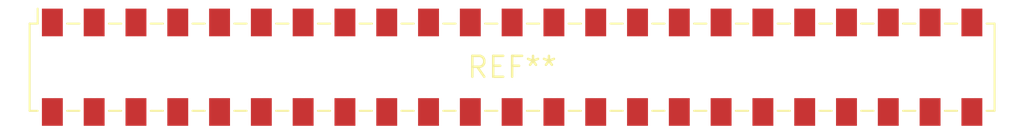
<source format=kicad_pcb>
(kicad_pcb (version 20240108) (generator pcbnew)
  (layers (0 "F.Cu" signal) (31 "B.Cu" signal) (34 "B.Paste" user) (35 "F.Paste" user) (36 "B.SilkS" user "B.Silkscreen") (37 "F.SilkS" user "F.Silkscreen") (38 "B.Mask" user) (39 "F.Mask" user) (44 "Edge.Cuts" user))
  (net 0 "")
  (footprint "Samtec_HLE-123-02-xxx-DV-BE-A_2x23_P2.54mm_Horizontal" (layer "F.Cu") (at 0 0)
    (property "Reference" "REF**")
    (property "Value" "Samtec_HLE-123-02-xxx-DV-BE-A_2x23_P2.54mm_Horizontal")
    (fp_line (start -29.32 -2.65) (end -29.32 2.65) (layer "F.SilkS") (stroke (width 0.12)))
    (fp_line (start -29.32 2.65) (end -28.835 2.65) (layer "F.SilkS") (stroke (width 0.12)))
    (fp_line (start -28.835 -3.56) (end -28.835 -2.65) (layer "F.SilkS") (stroke (width 0.12)))
    (fp_line (start -28.835 -2.65) (end -29.32 -2.65) (layer "F.SilkS") (stroke (width 0.12)))
    (fp_line (start -27.045 -2.65) (end -26.295 -2.65) (layer "F.SilkS") (stroke (width 0.12)))
    (fp_line (start -27.045 2.65) (end -26.295 2.65) (layer "F.SilkS") (stroke (width 0.12)))
    (fp_line (start -24.505 -2.65) (end -23.755 -2.65) (layer "F.SilkS") (stroke (width 0.12)))
    (fp_line (start -24.505 2.65) (end -23.755 2.65) (layer "F.SilkS") (stroke (width 0.12)))
    (fp_line (start -21.965 -2.65) (end -21.215 -2.65) (layer "F.SilkS") (stroke (width 0.12)))
    (fp_line (start -21.965 2.65) (end -21.215 2.65) (layer "F.SilkS") (stroke (width 0.12)))
    (fp_line (start -19.425 -2.65) (end -18.675 -2.65) (layer "F.SilkS") (stroke (width 0.12)))
    (fp_line (start -19.425 2.65) (end -18.675 2.65) (layer "F.SilkS") (stroke (width 0.12)))
    (fp_line (start -16.885 -2.65) (end -16.135 -2.65) (layer "F.SilkS") (stroke (width 0.12)))
    (fp_line (start -16.885 2.65) (end -16.135 2.65) (layer "F.SilkS") (stroke (width 0.12)))
    (fp_line (start -14.345 -2.65) (end -13.595 -2.65) (layer "F.SilkS") (stroke (width 0.12)))
    (fp_line (start -14.345 2.65) (end -13.595 2.65) (layer "F.SilkS") (stroke (width 0.12)))
    (fp_line (start -11.805 -2.65) (end -11.055 -2.65) (layer "F.SilkS") (stroke (width 0.12)))
    (fp_line (start -11.805 2.65) (end -11.055 2.65) (layer "F.SilkS") (stroke (width 0.12)))
    (fp_line (start -9.265 -2.65) (end -8.515 -2.65) (layer "F.SilkS") (stroke (width 0.12)))
    (fp_line (start -9.265 2.65) (end -8.515 2.65) (layer "F.SilkS") (stroke (width 0.12)))
    (fp_line (start -6.725 -2.65) (end -5.975 -2.65) (layer "F.SilkS") (stroke (width 0.12)))
    (fp_line (start -6.725 2.65) (end -5.975 2.65) (layer "F.SilkS") (stroke (width 0.12)))
    (fp_line (start -4.185 -2.65) (end -3.435 -2.65) (layer "F.SilkS") (stroke (width 0.12)))
    (fp_line (start -4.185 2.65) (end -3.435 2.65) (layer "F.SilkS") (stroke (width 0.12)))
    (fp_line (start -1.645 -2.65) (end -0.895 -2.65) (layer "F.SilkS") (stroke (width 0.12)))
    (fp_line (start -1.645 2.65) (end -0.895 2.65) (layer "F.SilkS") (stroke (width 0.12)))
    (fp_line (start 0.895 -2.65) (end 1.645 -2.65) (layer "F.SilkS") (stroke (width 0.12)))
    (fp_line (start 0.895 2.65) (end 1.645 2.65) (layer "F.SilkS") (stroke (width 0.12)))
    (fp_line (start 3.435 -2.65) (end 4.185 -2.65) (layer "F.SilkS") (stroke (width 0.12)))
    (fp_line (start 3.435 2.65) (end 4.185 2.65) (layer "F.SilkS") (stroke (width 0.12)))
    (fp_line (start 5.975 -2.65) (end 6.725 -2.65) (layer "F.SilkS") (stroke (width 0.12)))
    (fp_line (start 5.975 2.65) (end 6.725 2.65) (layer "F.SilkS") (stroke (width 0.12)))
    (fp_line (start 8.515 -2.65) (end 9.265 -2.65) (layer "F.SilkS") (stroke (width 0.12)))
    (fp_line (start 8.515 2.65) (end 9.265 2.65) (layer "F.SilkS") (stroke (width 0.12)))
    (fp_line (start 11.055 -2.65) (end 11.805 -2.65) (layer "F.SilkS") (stroke (width 0.12)))
    (fp_line (start 11.055 2.65) (end 11.805 2.65) (layer "F.SilkS") (stroke (width 0.12)))
    (fp_line (start 13.595 -2.65) (end 14.345 -2.65) (layer "F.SilkS") (stroke (width 0.12)))
    (fp_line (start 13.595 2.65) (end 14.345 2.65) (layer "F.SilkS") (stroke (width 0.12)))
    (fp_line (start 16.135 -2.65) (end 16.885 -2.65) (layer "F.SilkS") (stroke (width 0.12)))
    (fp_line (start 16.135 2.65) (end 16.885 2.65) (layer "F.SilkS") (stroke (width 0.12)))
    (fp_line (start 18.675 -2.65) (end 19.425 -2.65) (layer "F.SilkS") (stroke (width 0.12)))
    (fp_line (start 18.675 2.65) (end 19.425 2.65) (layer "F.SilkS") (stroke (width 0.12)))
    (fp_line (start 21.215 -2.65) (end 21.965 -2.65) (layer "F.SilkS") (stroke (width 0.12)))
    (fp_line (start 21.215 2.65) (end 21.965 2.65) (layer "F.SilkS") (stroke (width 0.12)))
    (fp_line (start 23.755 -2.65) (end 24.505 -2.65) (layer "F.SilkS") (stroke (width 0.12)))
    (fp_line (start 23.755 2.65) (end 24.505 2.65) (layer "F.SilkS") (stroke (width 0.12)))
    (fp_line (start 26.295 -2.65) (end 27.045 -2.65) (layer "F.SilkS") (stroke (width 0.12)))
    (fp_line (start 26.295 2.65) (end 27.045 2.65) (layer "F.SilkS") (stroke (width 0.12)))
    (fp_line (start 28.835 -2.65) (end 29.32 -2.65) (layer "F.SilkS") (stroke (width 0.12)))
    (fp_line (start 29.32 -2.65) (end 29.32 2.65) (layer "F.SilkS") (stroke (width 0.12)))
    (fp_line (start 29.32 2.65) (end 28.835 2.65) (layer "F.SilkS") (stroke (width 0.12)))
    (pad "" np_thru_hole circle (at -27.94 -1.27) (size 0.97 0.97) (drill 0.97) (layers *.Cu *.Mask))
    (pad "" np_thru_hole circle (at -27.94 1.27) (size 0.97 0.97) (drill 0.97) (layers *.Cu *.Mask))
    (pad "" np_thru_hole circle (at -26.67 0) (size 1.78 1.78) (drill 1.78) (layers *.Cu *.Mask))
    (pad "" np_thru_hole circle (at -25.4 -1.27) (size 0.97 0.97) (drill 0.97) (layers *.Cu *.Mask))
    (pad "" np_thru_hole circle (at -25.4 1.27) (size 0.97 0.97) (drill 0.97) (layers *.Cu *.Mask))
    (pad "" np_thru_hole circle (at -22.86 -1.27) (size 0.97 0.97) (drill 0.97) (layers *.Cu *.Mask))
    (pad "" np_thru_hole circle (at -22.86 1.27) (size 0.97 0.97) (drill 0.97) (layers *.Cu *.Mask))
    (pad "" np_thru_hole circle (at -20.32 -1.27) (size 0.97 0.97) (drill 0.97) (layers *.Cu *.Mask))
    (pad "" np_thru_hole circle (at -20.32 1.27) (size 0.97 0.97) (drill 0.97) (layers *.Cu *.Mask))
    (pad "" np_thru_hole circle (at -17.78 -1.27) (size 0.97 0.97) (drill 0.97) (layers *.Cu *.Mask))
    (pad "" np_thru_hole circle (at -17.78 1.27) (size 0.97 0.97) (drill 0.97) (layers *.Cu *.Mask))
    (pad "" np_thru_hole circle (at -15.24 -1.27) (size 0.97 0.97) (drill 0.97) (layers *.Cu *.Mask))
    (pad "" np_thru_hole circle (at -15.24 1.27) (size 0.97 0.97) (drill 0.97) (layers *.Cu *.Mask))
    (pad "" np_thru_hole circle (at -12.7 -1.27) (size 0.97 0.97) (drill 0.97) (layers *.Cu *.Mask))
    (pad "" np_thru_hole circle (at -12.7 1.27) (size 0.97 0.97) (drill 0.97) (layers *.Cu *.Mask))
    (pad "" np_thru_hole circle (at -10.16 -1.27) (size 0.97 0.97) (drill 0.97) (layers *.Cu *.Mask))
    (pad "" np_thru_hole circle (at -10.16 1.27) (size 0.97 0.97) (drill 0.97) (layers *.Cu *.Mask))
    (pad "" np_thru_hole circle (at -7.62 -1.27) (size 0.97 0.97) (drill 0.97) (layers *.Cu *.Mask))
    (pad "" np_thru_hole circle (at -7.62 1.27) (size 0.97 0.97) (drill 0.97) (layers *.Cu *.Mask))
    (pad "" np_thru_hole circle (at -5.08 -1.27) (size 0.97 0.97) (drill 0.97) (layers *.Cu *.Mask))
    (pad "" np_thru_hole circle (at -5.08 1.27) (size 0.97 0.97) (drill 0.97) (layers *.Cu *.Mask))
    (pad "" np_thru_hole circle (at -2.54 -1.27) (size 0.97 0.97) (drill 0.97) (layers *.Cu *.Mask))
    (pad "" np_thru_hole circle (at -2.54 1.27) (size 0.97 0.97) (drill 0.97) (layers *.Cu *.Mask))
    (pad "" np_thru_hole circle (at 0 -1.27) (size 0.97 0.97) (drill 0.97) (layers *.Cu *.Mask))
    (pad "" np_thru_hole circle (at 0 1.27) (size 0.97 0.97) (drill 0.97) (layers *.Cu *.Mask))
    (pad "" np_thru_hole circle (at 2.54 -1.27) (size 0.97 0.97) (drill 0.97) (layers *.Cu *.Mask))
    (pad "" np_thru_hole circle (at 2.54 1.27) (size 0.97 0.97) (drill 0.97) (layers *.Cu *.Mask))
    (pad "" np_thru_hole circle (at 5.08 -1.27) (size 0.97 0.97) (drill 0.97) (layers *.Cu *.Mask))
    (pad "" np_thru_hole circle (at 5.08 1.27) (size 0.97 0.97) (drill 0.97) (layers *.Cu *.Mask))
    (pad "" np_thru_hole circle (at 7.62 -1.27) (size 0.97 0.97) (drill 0.97) (layers *.Cu *.Mask))
    (pad "" np_thru_hole circle (at 7.62 1.27) (size 0.97 0.97) (drill 0.97) (layers *.Cu *.Mask))
    (pad "" np_thru_hole circle (at 10.16 -1.27) (size 0.97 0.97) (drill 0.97) (layers *.Cu *.Mask))
    (pad "" np_thru_hole circle (at 10.16 1.27) (size 0.97 0.97) (drill 0.97) (layers *.Cu *.Mask))
    (pad "" np_thru_hole circle (at 12.7 -1.27) (size 0.97 0.97) (drill 0.97) (layers *.Cu *.Mask))
    (pad "" np_thru_hole circle (at 12.7 1.27) (size 0.97 0.97) (drill 0.97) (layers *.Cu *.Mask))
    (pad "" np_thru_hole circle (at 15.24 -1.27) (size 0.97 0.97) (drill 0.97) (layers *.Cu *.Mask))
    (pad "" np_thru_hole circle (at 15.24 1.27) (size 0.97 0.97) (drill 0.97) (layers *.Cu *.Mask))
    (pad "" np_thru_hole circle (at 17.78 -1.27) (size 0.97 0.97) (drill 0.97) (layers *.Cu *.Mask))
    (pad "" np_thru_hole circle (at 17.78 1.27) (size 0.97 0.97) (drill 0.97) (layers *.Cu *.Mask))
    (pad "" np_thru_hole circle (at 20.32 -1.27) (size 0.97 0.97) (drill 0.97) (layers *.Cu *.Mask))
    (pad "" np_thru_hole circle (at 20.32 1.27) (size 0.97 0.97) (drill 0.97) (layers *.Cu *.Mask))
    (pad "" np_thru_hole circle (at 22.86 -1.27) (size 0.97 0.97) (drill 0.97) (layers *.Cu *.Mask))
    (pad "" np_thru_hole circle (at 22.86 1.27) (size 0.97 0.97) (drill 0.97) (layers *.Cu *.Mask))
    (pad "" np_thru_hole circle (at 25.4 -1.27) (size 0.97 0.97) (drill 0.97) (layers *.Cu *.Mask))
    (pad "" np_thru_hole circle (at 25.4 1.27) (size 0.97 0.97) (drill 0.97) (layers *.Cu *.Mask))
    (pad "" np_thru_hole circle (at 26.67 0) (size 1.78 1.78) (drill 1.78) (layers *.Cu *.Mask))
    (pad "" np_thru_hole circle (at 27.94 -1.27) (size 0.97 0.97) (drill 0.97) (layers *.Cu *.Mask))
    (pad "" np_thru_hole circle (at 27.94 1.27) (size 0.97 0.97) (drill 0.97) (layers *.Cu *.Mask))
    (pad "1" smd rect (at -27.94 -2.72) (size 1.27 1.68) (layers "F.Cu" "F.Paste" "F.Mask"))
    (pad "2" smd rect (at -27.94 2.72) (size 1.27 1.68) (layers "F.Cu" "F.Paste" "F.Mask"))
    (pad "3" smd rect (at -25.4 -2.72) (size 1.27 1.68) (layers "F.Cu" "F.Paste" "F.Mask"))
    (pad "4" smd rect (at -25.4 2.72) (size 1.27 1.68) (layers "F.Cu" "F.Paste" "F.Mask"))
    (pad "5" smd rect (at -22.86 -2.72) (size 1.27 1.68) (layers "F.Cu" "F.Paste" "F.Mask"))
    (pad "6" smd rect (at -22.86 2.72) (size 1.27 1.68) (layers "F.Cu" "F.Paste" "F.Mask"))
    (pad "7" smd rect (at -20.32 -2.72) (size 1.27 1.68) (layers "F.Cu" "F.Paste" "F.Mask"))
    (pad "8" smd rect (at -20.32 2.72) (size 1.27 1.68) (layers "F.Cu" "F.Paste" "F.Mask"))
    (pad "9" smd rect (at -17.78 -2.72) (size 1.27 1.68) (layers "F.Cu" "F.Paste" "F.Mask"))
    (pad "10" smd rect (at -17.78 2.72) (size 1.27 1.68) (layers "F.Cu" "F.Paste" "F.Mask"))
    (pad "11" smd rect (at -15.24 -2.72) (size 1.27 1.68) (layers "F.Cu" "F.Paste" "F.Mask"))
    (pad "12" smd rect (at -15.24 2.72) (size 1.27 1.68) (layers "F.Cu" "F.Paste" "F.Mask"))
    (pad "13" smd rect (at -12.7 -2.72) (size 1.27 1.68) (layers "F.Cu" "F.Paste" "F.Mask"))
    (pad "14" smd rect (at -12.7 2.72) (size 1.27 1.68) (layers "F.Cu" "F.Paste" "F.Mask"))
    (pad "15" smd rect (at -10.16 -2.72) (size 1.27 1.68) (layers "F.Cu" "F.Paste" "F.Mask"))
    (pad "16" smd rect (at -10.16 2.72) (size 1.27 1.68) (layers "F.Cu" "F.Paste" "F.Mask"))
    (pad "17" smd rect (at -7.62 -2.72) (size 1.27 1.68) (layers "F.Cu" "F.Paste" "F.Mask"))
    (pad "18" smd rect (at -7.62 2.72) (size 1.27 1.68) (layers "F.Cu" "F.Paste" "F.Mask"))
    (pad "19" smd rect (at -5.08 -2.72) (size 1.27 1.68) (layers "F.Cu" "F.Paste" "F.Mask"))
    (pad "20" smd rect (at -5.08 2.72) (size 1.27 1.68) (layers "F.Cu" "F.Paste" "F.Mask"))
    (pad "21" smd rect (at -2.54 -2.72) (size 1.27 1.68) (layers "F.Cu" "F.Paste" "F.Mask"))
    (pad "22" smd rect (at -2.54 2.72) (size 1.27 1.68) (layers "F.Cu" "F.Paste" "F.Mask"))
    (pad "23" smd rect (at 0 -2.72) (size 1.27 1.68) (layers "F.Cu" "F.Paste" "F.Mask"))
    (pad "24" smd rect (at 0 2.72) (size 1.27 1.68) (layers "F.Cu" "F.Paste" "F.Mask"))
    (pad "25" smd rect (at 2.54 -2.72) (size 1.27 1.68) (layers "F.Cu" "F.Paste" "F.Mask"))
    (pad "26" smd rect (at 2.54 2.72) (size 1.27 1.68) (layers "F.Cu" "F.Paste" "F.Mask"))
    (pad "27" smd rect (at 5.08 -2.72) (size 1.27 1.68) (layers "F.Cu" "F.Paste" "F.Mask"))
    (pad "28" smd rect (at 5.08 2.72) (size 1.27 1.68) (layers "F.Cu" "F.Paste" "F.Mask"))
    (pad "29" smd rect (at 7.62 -2.72) (size 1.27 1.68) (layers "F.Cu" "F.Paste" "F.Mask"))
    (pad "30" smd rect (at 7.62 2.72) (size 1.27 1.68) (layers "F.Cu" "F.Paste" "F.Mask"))
    (pad "31" smd rect (at 10.16 -2.72) (size 1.27 1.68) (layers "F.Cu" "F.Paste" "F.Mask"))
    (pad "32" smd rect (at 10.16 2.72) (size 1.27 1.68) (layers "F.Cu" "F.Paste" "F.Mask"))
    (pad "33" smd rect (at 12.7 -2.72) (size 1.27 1.68) (layers "F.Cu" "F.Paste" "F.Mask"))
    (pad "34" smd rect (at 12.7 2.72) (size 1.27 1.68) (layers "F.Cu" "F.Paste" "F.Mask"))
    (pad "35" smd rect (at 15.24 -2.72) (size 1.27 1.68) (layers "F.Cu" "F.Paste" "F.Mask"))
    (pad "36" smd rect (at 15.24 2.72) (size 1.27 1.68) (layers "F.Cu" "F.Paste" "F.Mask"))
    (pad "37" smd rect (at 17.78 -2.72) (size 1.27 1.68) (layers "F.Cu" "F.Paste" "F.Mask"))
    (pad "38" smd rect (at 17.78 2.72) (size 1.27 1.68) (layers "F.Cu" "F.Paste" "F.Mask"))
    (pad "39" smd rect (at 20.32 -2.72) (size 1.27 1.68) (layers "F.Cu" "F.Paste" "F.Mask"))
    (pad "40" smd rect (at 20.32 2.72) (size 1.27 1.68) (layers "F.Cu" "F.Paste" "F.Mask"))
    (pad "41" smd rect (at 22.86 -2.72) (size 1.27 1.68) (layers "F.Cu" "F.Paste" "F.Mask"))
    (pad "42" smd rect (at 22.86 2.72) (size 1.27 1.68) (layers "F.Cu" "F.Paste" "F.Mask"))
    (pad "43" smd rect (at 25.4 -2.72) (size 1.27 1.68) (layers "F.Cu" "F.Paste" "F.Mask"))
    (pad "44" smd rect (at 25.4 2.72) (size 1.27 1.68) (layers "F.Cu" "F.Paste" "F.Mask"))
    (pad "45" smd rect (at 27.94 -2.72) (size 1.27 1.68) (layers "F.Cu" "F.Paste" "F.Mask"))
    (pad "46" smd rect (at 27.94 2.72) (size 1.27 1.68) (layers "F.Cu" "F.Paste" "F.Mask"))
  )
)
</source>
